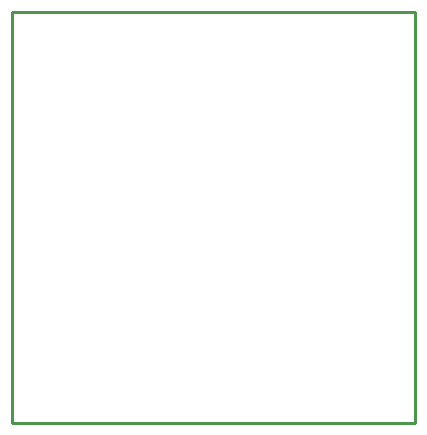
<source format=gko>
G04 Layer: BoardOutline*
G04 EasyEDA v6.4.19.5, 2021-04-12T03:21:25--4:00*
G04 ad942acca2a341ffa4797dcae338b01a,05d11dc960ce418289d66d82dd1de79a,10*
G04 Gerber Generator version 0.2*
G04 Scale: 100 percent, Rotated: No, Reflected: No *
G04 Dimensions in millimeters *
G04 leading zeros omitted , absolute positions ,4 integer and 5 decimal *
%FSLAX45Y45*%
%MOMM*%

%ADD10C,0.2540*%
D10*
X1092200Y6337300D02*
G01*
X4508500Y6337300D01*
X4508500Y2857500D01*
X1092200Y2857500D01*
X1092200Y6337300D01*

%LPD*%
M02*

</source>
